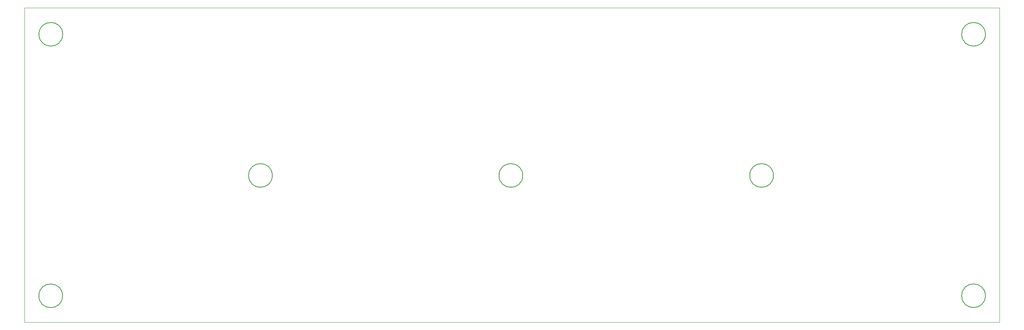
<source format=gbp>
%TF.GenerationSoftware,KiCad,Pcbnew,8.0.6*%
%TF.CreationDate,2024-11-10T21:08:49-06:00*%
%TF.ProjectId,micro_midi,6d696372-6f5f-46d6-9964-692e6b696361,rev?*%
%TF.SameCoordinates,Original*%
%TF.FileFunction,Paste,Bot*%
%TF.FilePolarity,Positive*%
%FSLAX46Y46*%
G04 Gerber Fmt 4.6, Leading zero omitted, Abs format (unit mm)*
G04 Created by KiCad (PCBNEW 8.0.6) date 2024-11-10 21:08:49*
%MOMM*%
%LPD*%
G01*
G04 APERTURE LIST*
%ADD10C,0.150000*%
%TA.AperFunction,Profile*%
%ADD11C,0.050000*%
%TD*%
G04 APERTURE END LIST*
D10*
%TO.C,REF\u002A\u002A*%
X206383076Y-103535549D02*
G75*
G02*
X200983076Y-103535549I-2700000J0D01*
G01*
X200983076Y-103535549D02*
G75*
G02*
X206383076Y-103535549I2700000J0D01*
G01*
X149233076Y-103535549D02*
G75*
G02*
X143833076Y-103535549I-2700000J0D01*
G01*
X143833076Y-103535549D02*
G75*
G02*
X149233076Y-103535549I2700000J0D01*
G01*
X92148076Y-103535549D02*
G75*
G02*
X86748076Y-103535549I-2700000J0D01*
G01*
X86748076Y-103535549D02*
G75*
G02*
X92148076Y-103535549I2700000J0D01*
G01*
X44363076Y-71334049D02*
G75*
G02*
X38963076Y-71334049I-2700000J0D01*
G01*
X38963076Y-71334049D02*
G75*
G02*
X44363076Y-71334049I2700000J0D01*
G01*
X254703076Y-71334049D02*
G75*
G02*
X249303076Y-71334049I-2700000J0D01*
G01*
X249303076Y-71334049D02*
G75*
G02*
X254703076Y-71334049I2700000J0D01*
G01*
X254703076Y-130966049D02*
G75*
G02*
X249303076Y-130966049I-2700000J0D01*
G01*
X249303076Y-130966049D02*
G75*
G02*
X254703076Y-130966049I2700000J0D01*
G01*
X44343076Y-130986049D02*
G75*
G02*
X38943076Y-130986049I-2700000J0D01*
G01*
X38943076Y-130986049D02*
G75*
G02*
X44343076Y-130986049I2700000J0D01*
G01*
%TD*%
D11*
X35663076Y-65334049D02*
X257913076Y-65334049D01*
X257913076Y-136966049D01*
X35663076Y-136966049D01*
X35663076Y-65334049D01*
M02*

</source>
